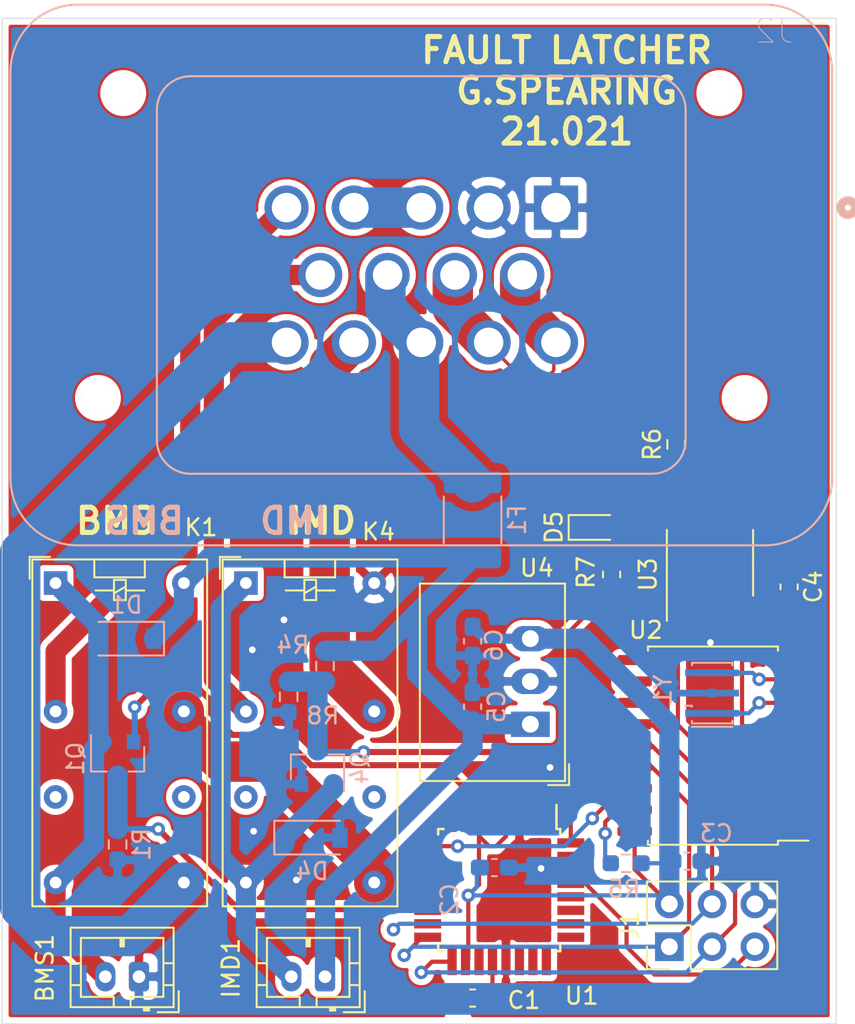
<source format=kicad_pcb>
(kicad_pcb (version 20171130) (host pcbnew 5.1.7-a382d34a8~88~ubuntu18.04.1)
  (layers (0 F.Cu signal) (31 B.Cu signal) (34 B.Paste user) (35 F.Paste user) (36 B.SilkS user) (37 F.SilkS user) (38 B.Mask user) (39 F.Mask user) (44 Edge.Cuts user))
  (net 0 "")
  (net 1 GND)
  (net 2 "Net-(C1-Pad1)")
  (net 3 +5V)
  (net 4 +12V)
  (net 5 "Net-(D4-Pad1)")
  (net 6 /RESET)
  (net 7 /MOSI)
  (net 8 /SCK)
  (net 9 /MISO)
  (net 10 /IMD_FAULT)
  (net 11 /BMS_FAULT)
  (net 12 /LOOP_OUT)
  (net 13 /LOOP_IN)
  (net 14 "Net-(K1-Pad13)")
  (net 15 /BMS_IND)
  (net 16 /IMD_IND)
  (net 17 "Net-(R5-Pad2)")
  (net 18 /CAN_INT)
  (net 19 /CAN_CS)
  (net 20 "Net-(U2-Pad8)")
  (net 21 "Net-(U2-Pad7)")
  (net 22 /RXCAN)
  (net 23 /TXCAN)
  (net 24 "Net-(D5-Pad2)")
  (net 25 /CAN+)
  (net 26 /CAN-)
  (net 27 "Net-(BMS1-Pad2)")
  (net 28 +12C)
  (net 29 /NC)
  (module Resistor_SMD:R_0603_1608Metric_Pad0.98x0.95mm_HandSolder (layer F.Cu) (at 161.9504 95.1465 90)
    (fp_text reference R6 (at 0 -1.43 -90) (layer F.SilkS))
    (fp_text value 120)
    (pad 2 smd roundrect (at 0.9125 0 90) (size 0.975 0.95) (layers F.Cu F.Paste F.Mask) (net 26 /CAN-))
    (pad 1 smd roundrect (at -0.9125 0 90) (size 0.975 0.95) (layers F.Cu F.Paste F.Mask) (net 25 /CAN+))
  )
  (module AERO_CUSTOM:TE_1-776262-1_14pin_Vertical (layer B.Cu) (at 146.812 85.09 180)
    (fp_text reference J2 (at -20.955 14.478) (layer B.SilkS) (effects (font (size 1.40128 1.40128) (thickness 0.05)) (justify mirror)))
    (fp_text value Conn_01x14 hide)
    (pad Hole np_thru_hole circle (at 19.2 -7.3 180) (size 2 2) (drill 2) (layers *.Cu *.Mask B.SilkS))
    (pad Hole np_thru_hole circle (at -19.2 -7.3 180) (size 2 2) (drill 2) (layers *.Cu *.Mask B.SilkS))
    (pad Hole np_thru_hole circle (at 17.7 10.8 180) (size 2 2) (drill 2) (layers *.Cu *.Mask B.SilkS))
    (pad Hole np_thru_hole circle (at -17.7 10.8 180) (size 2 2) (drill 2) (layers *.Cu *.Mask B.SilkS))
    (pad 14 thru_hole circle (at 8 -4 180) (size 2.625 2.625) (drill 1.75) (layers *.Cu *.Mask) (net 13 /LOOP_IN))
    (pad 13 thru_hole circle (at 4 -4 180) (size 2.625 2.625) (drill 1.75) (layers *.Cu *.Mask) (net 12 /LOOP_OUT))
    (pad 12 thru_hole circle (at 0 -4 180) (size 2.625 2.625) (drill 1.75) (layers *.Cu *.Mask) (net 4 +12V))
    (pad 11 thru_hole circle (at -4 -4 180) (size 2.625 2.625) (drill 1.75) (layers *.Cu *.Mask) (net 25 /CAN+))
    (pad 10 thru_hole circle (at -8 -4 180) (size 2.625 2.625) (drill 1.75) (layers *.Cu *.Mask) (net 26 /CAN-))
    (pad 9 thru_hole circle (at 6 0 180) (size 2.625 2.625) (drill 1.75) (layers *.Cu *.Mask) (net 10 /IMD_FAULT))
    (pad 8 thru_hole circle (at 2 0 180) (size 2.625 2.625) (drill 1.75) (layers *.Cu *.Mask) (net 4 +12V))
    (pad 7 thru_hole circle (at -2 0 180) (size 2.625 2.625) (drill 1.75) (layers *.Cu *.Mask) (net 25 /CAN+))
    (pad 6 thru_hole circle (at -6 0 180) (size 2.625 2.625) (drill 1.75) (layers *.Cu *.Mask) (net 26 /CAN-))
    (pad 5 thru_hole circle (at 8 4 180) (size 2.625 2.625) (drill 1.75) (layers *.Cu *.Mask) (net 11 /BMS_FAULT))
    (pad 4 thru_hole circle (at 4 4 180) (size 2.625 2.625) (drill 1.75) (layers *.Cu *.Mask) (net 29 /NC))
    (pad 3 thru_hole circle (at 0 4 180) (size 2.625 2.625) (drill 1.75) (layers *.Cu *.Mask) (net 29 /NC))
    (pad 2 thru_hole circle (at -4 4 180) (size 2.625 2.625) (drill 1.75) (layers *.Cu *.Mask) (net 1 GND))
    (pad 1 thru_hole rect (at -8 4 180) (size 2.625 2.625) (drill 1.75) (layers *.Cu *.Mask) (net 1 GND))
  )
  (module Resistor_SMD:R_0603_1608Metric_Pad0.98x0.95mm_HandSolder (layer B.Cu) (at 138.938 110.1325 90)
    (fp_text reference R8 (at -1.1195 2.032 180) (layer B.SilkS) (effects (justify mirror)))
    (fp_text value 4.7k)
    (pad 2 smd roundrect (at 0.9125 0 90) (size 0.975 0.95) (layers B.Cu B.Paste B.Mask) (net 16 /IMD_IND))
    (pad 1 smd roundrect (at -0.9125 0 90) (size 0.975 0.95) (layers B.Cu B.Paste B.Mask) (net 1 GND))
  )
  (module Relay_THT:Relay_DPDT_Omron_G5V-2 (layer F.Cu) (at 136.398 103.378)
    (fp_text reference K4 (at 7.874 -3.048) (layer F.SilkS))
    (fp_text value G5V-2)
    (pad 13 thru_hole circle (at 7.62 7.62) (size 1.4 1.4) (drill 0.7) (layers *.Cu *.Mask) (net 12 /LOOP_OUT))
    (pad 9 thru_hole circle (at 7.62 17.78) (size 1.4 1.4) (drill 0.7) (layers *.Cu *.Mask) (net 14 "Net-(K1-Pad13)"))
    (pad 11 thru_hole circle (at 7.62 12.7) (size 1.4 1.4) (drill 0.7) (layers *.Cu *.Mask))
    (pad 4 thru_hole circle (at 0 7.62) (size 1.4 1.4) (drill 0.7) (layers *.Cu *.Mask) (net 10 /IMD_FAULT))
    (pad 8 thru_hole circle (at 0 17.78) (size 1.4 1.4) (drill 0.7) (layers *.Cu *.Mask) (net 5 "Net-(D4-Pad1)"))
    (pad 6 thru_hole circle (at 0 12.7) (size 1.4 1.4) (drill 0.7) (layers *.Cu *.Mask))
    (pad 16 thru_hole circle (at 7.62 0) (size 1.4 1.4) (drill 0.7) (layers *.Cu *.Mask) (net 1 GND))
    (pad 1 thru_hole rect (at 0 0) (size 1.4 1.4) (drill 0.7) (layers *.Cu *.Mask) (net 5 "Net-(D4-Pad1)"))
  )
  (module Fuse:Fuse_0603_1608Metric_Pad1.05x0.95mm_HandSolder (layer F.Cu) (at 158.115 102.87 270)
    (fp_text reference R7 (at -0.127 1.524 270) (layer F.SilkS))
    (fp_text value 330)
    (pad 2 smd roundrect (at 0.875 0 270) (size 1.05 0.95) (layers F.Cu F.Paste F.Mask) (net 3 +5V))
    (pad 1 smd roundrect (at -0.875 0 270) (size 1.05 0.95) (layers F.Cu F.Paste F.Mask) (net 24 "Net-(D5-Pad2)"))
  )
  (module Fuse:Fuse_1812_4532Metric_Pad1.30x3.40mm_HandSolder (layer B.Cu) (at 149.86 99.629 90)
    (fp_text reference F1 (at 0 2.65 90) (layer B.SilkS) (effects (justify mirror)))
    (fp_text value Polyfuse)
    (pad 2 smd roundrect (at 2.225 0 90) (size 1.3 3.4) (layers B.Cu B.Paste B.Mask) (roundrect_rratio 0.1923076923076923) (net 4 +12V))
    (pad 1 smd roundrect (at -2.225 0 90) (size 1.3 3.4) (layers B.Cu B.Paste B.Mask) (roundrect_rratio 0.1923076923076923) (net 28 +12C))
  )
  (module LED_SMD:LED_0603_1608Metric_Pad1.05x0.95mm_HandSolder (layer F.Cu) (at 157.226 100.076)
    (fp_text reference D5 (at -2.54 0 270) (layer F.SilkS))
    (fp_text value LED)
    (pad 2 smd roundrect (at 0.875 0) (size 1.05 0.95) (layers F.Cu F.Paste F.Mask) (net 24 "Net-(D5-Pad2)"))
    (pad 1 smd roundrect (at -0.875 0) (size 1.05 0.95) (layers F.Cu F.Paste F.Mask) (net 1 GND))
  )
  (module Diode_SMD:D_SOD-123 (layer B.Cu) (at 140.334 118.491)
    (fp_text reference D4 (at 0 2) (layer B.SilkS) (effects (justify mirror)))
    (fp_text value 1N4148)
    (pad 2 smd rect (at 1.65 0) (size 0.9 1.2) (layers B.Cu B.Paste B.Mask) (net 1 GND))
    (pad 1 smd rect (at -1.65 0) (size 0.9 1.2) (layers B.Cu B.Paste B.Mask) (net 5 "Net-(D4-Pad1)"))
  )
  (module Diode_SMD:D_SOD-123 (layer B.Cu) (at 129.287 106.68 180)
    (fp_text reference D1 (at 0 2) (layer B.SilkS) (effects (justify mirror)))
    (fp_text value 1N4148)
    (pad 2 smd rect (at 1.65 0 180) (size 0.9 1.2) (layers B.Cu B.Paste B.Mask) (net 27 "Net-(BMS1-Pad2)"))
    (pad 1 smd rect (at -1.65 0 180) (size 0.9 1.2) (layers B.Cu B.Paste B.Mask) (net 28 +12C))
  )
  (module AERO_CUSTOM:Resonator_SMD_muRata_CSTxExxV-3Pin_3.0x1.1mm_HandSoldering (layer B.Cu) (at 164.084 109.912 90)
    (fp_text reference Y1 (at 0.184 -2.921 270) (layer B.SilkS) (effects (justify mirror)))
    (fp_text value 16MHz)
    (pad 3 smd rect (at 1.2 0 90) (size 0.4 3.2) (layers B.Cu B.Paste B.Mask) (net 20 "Net-(U2-Pad8)"))
    (pad 2 smd rect (at 0 0 90) (size 0.4 3.2) (layers B.Cu B.Paste B.Mask) (net 1 GND))
    (pad 1 smd rect (at -1.2 0 90) (size 0.4 3.2) (layers B.Cu B.Paste B.Mask) (net 21 "Net-(U2-Pad7)"))
  )
  (module Converter_DCDC:Converter_DCDC_RECOM_R-78E-0.5_THT (layer F.Cu) (at 153.289 111.76 90)
    (fp_text reference U4 (at 9.271 0.381 180) (layer F.SilkS))
    (fp_text value R-785.0-1.0)
    (pad 3 thru_hole oval (at 5.08 0 90) (size 1.5 2.3) (drill 1) (layers *.Cu *.Mask) (net 3 +5V))
    (pad 2 thru_hole oval (at 2.54 0 90) (size 1.5 2.3) (drill 1) (layers *.Cu *.Mask) (net 1 GND))
    (pad 1 thru_hole rect (at 0 0 90) (size 1.5 2.3) (drill 1) (layers *.Cu *.Mask) (net 28 +12C))
  )
  (module Package_SO:SOIC-8_3.9x4.9mm_P1.27mm (layer F.Cu) (at 163.957 102.173 90)
    (fp_text reference U3 (at -0.697 -3.683 90) (layer F.SilkS))
    (fp_text value MCP2551-I-SN)
    (pad 8 smd roundrect (at 2.475 -1.905 90) (size 1.95 0.6) (layers F.Cu F.Paste F.Mask) (net 1 GND))
    (pad 7 smd roundrect (at 2.475 -0.635 90) (size 1.95 0.6) (layers F.Cu F.Paste F.Mask) (net 25 /CAN+))
    (pad 6 smd roundrect (at 2.475 0.635 90) (size 1.95 0.6) (layers F.Cu F.Paste F.Mask) (net 26 /CAN-))
    (pad 5 smd roundrect (at 2.475 1.905 90) (size 1.95 0.6) (layers F.Cu F.Paste F.Mask))
    (pad 4 smd roundrect (at -2.475 1.905 90) (size 1.95 0.6) (layers F.Cu F.Paste F.Mask) (net 22 /RXCAN))
    (pad 3 smd roundrect (at -2.475 0.635 90) (size 1.95 0.6) (layers F.Cu F.Paste F.Mask) (net 3 +5V))
    (pad 2 smd roundrect (at -2.475 -0.635 90) (size 1.95 0.6) (layers F.Cu F.Paste F.Mask) (net 1 GND))
    (pad 1 smd roundrect (at -2.475 -1.905 90) (size 1.95 0.6) (layers F.Cu F.Paste F.Mask) (net 23 /TXCAN))
  )
  (module Package_SO:SOIC-18W_7.5x11.6mm_P1.27mm (layer F.Cu) (at 164.133 113.03 180)
    (fp_text reference U2 (at 3.986 6.858) (layer F.SilkS))
    (fp_text value MCP2515-xSO)
    (pad 18 smd roundrect (at 4.65 -5.08 180) (size 2.05 0.6) (layers F.Cu F.Paste F.Mask) (net 3 +5V))
    (pad 17 smd roundrect (at 4.65 -3.81 180) (size 2.05 0.6) (layers F.Cu F.Paste F.Mask) (net 17 "Net-(R5-Pad2)"))
    (pad 16 smd roundrect (at 4.65 -2.54 180) (size 2.05 0.6) (layers F.Cu F.Paste F.Mask) (net 19 /CAN_CS))
    (pad 15 smd roundrect (at 4.65 -1.27 180) (size 2.05 0.6) (layers F.Cu F.Paste F.Mask) (net 9 /MISO))
    (pad 14 smd roundrect (at 4.65 0 180) (size 2.05 0.6) (layers F.Cu F.Paste F.Mask) (net 7 /MOSI))
    (pad 13 smd roundrect (at 4.65 1.27 180) (size 2.05 0.6) (layers F.Cu F.Paste F.Mask) (net 8 /SCK))
    (pad 12 smd roundrect (at 4.65 2.54 180) (size 2.05 0.6) (layers F.Cu F.Paste F.Mask) (net 18 /CAN_INT))
    (pad 11 smd roundrect (at 4.65 3.81 180) (size 2.05 0.6) (layers F.Cu F.Paste F.Mask))
    (pad 10 smd roundrect (at 4.65 5.08 180) (size 2.05 0.6) (layers F.Cu F.Paste F.Mask))
    (pad 9 smd roundrect (at -4.65 5.08 180) (size 2.05 0.6) (layers F.Cu F.Paste F.Mask) (net 1 GND))
    (pad 8 smd roundrect (at -4.65 3.81 180) (size 2.05 0.6) (layers F.Cu F.Paste F.Mask) (net 20 "Net-(U2-Pad8)"))
    (pad 7 smd roundrect (at -4.65 2.54 180) (size 2.05 0.6) (layers F.Cu F.Paste F.Mask) (net 21 "Net-(U2-Pad7)"))
    (pad 6 smd roundrect (at -4.65 1.27 180) (size 2.05 0.6) (layers F.Cu F.Paste F.Mask))
    (pad 5 smd roundrect (at -4.65 0 180) (size 2.05 0.6) (layers F.Cu F.Paste F.Mask))
    (pad 4 smd roundrect (at -4.65 -1.27 180) (size 2.05 0.6) (layers F.Cu F.Paste F.Mask))
    (pad 3 smd roundrect (at -4.65 -2.54 180) (size 2.05 0.6) (layers F.Cu F.Paste F.Mask))
    (pad 2 smd roundrect (at -4.65 -3.81 180) (size 2.05 0.6) (layers F.Cu F.Paste F.Mask) (net 22 /RXCAN))
    (pad 1 smd roundrect (at -4.65 -5.08 180) (size 2.05 0.6) (layers F.Cu F.Paste F.Mask) (net 23 /TXCAN))
  )
  (module Package_QFP:TQFP-32_7x7mm_P0.8mm (layer F.Cu) (at 151.441 121.607 270)
    (fp_text reference U1 (at 6.282 -4.896 180) (layer F.SilkS))
    (fp_text value ATmega328P-AU)
    (pad 1 smd rect (at -4.25 -2.8 270) (size 1.6 0.55) (layers F.Cu F.Paste F.Mask) (net 16 /IMD_IND))
    (pad 2 smd rect (at -4.25 -2 270) (size 1.6 0.55) (layers F.Cu F.Paste F.Mask))
    (pad 3 smd rect (at -4.25 -1.2 270) (size 1.6 0.55) (layers F.Cu F.Paste F.Mask) (net 1 GND))
    (pad 4 smd rect (at -4.25 -0.4 270) (size 1.6 0.55) (layers F.Cu F.Paste F.Mask) (net 3 +5V))
    (pad 5 smd rect (at -4.25 0.4 270) (size 1.6 0.55) (layers F.Cu F.Paste F.Mask) (net 1 GND))
    (pad 6 smd rect (at -4.25 1.2 270) (size 1.6 0.55) (layers F.Cu F.Paste F.Mask) (net 3 +5V))
    (pad 7 smd rect (at -4.25 2 270) (size 1.6 0.55) (layers F.Cu F.Paste F.Mask))
    (pad 8 smd rect (at -4.25 2.8 270) (size 1.6 0.55) (layers F.Cu F.Paste F.Mask))
    (pad 9 smd rect (at -2.8 4.25) (size 1.6 0.55) (layers F.Cu F.Paste F.Mask) (net 19 /CAN_CS))
    (pad 10 smd rect (at -2 4.25) (size 1.6 0.55) (layers F.Cu F.Paste F.Mask))
    (pad 11 smd rect (at -1.2 4.25) (size 1.6 0.55) (layers F.Cu F.Paste F.Mask) (net 15 /BMS_IND))
    (pad 12 smd rect (at -0.4 4.25) (size 1.6 0.55) (layers F.Cu F.Paste F.Mask))
    (pad 13 smd rect (at 0.4 4.25) (size 1.6 0.55) (layers F.Cu F.Paste F.Mask))
    (pad 14 smd rect (at 1.2 4.25) (size 1.6 0.55) (layers F.Cu F.Paste F.Mask))
    (pad 15 smd rect (at 2 4.25) (size 1.6 0.55) (layers F.Cu F.Paste F.Mask) (net 7 /MOSI))
    (pad 16 smd rect (at 2.8 4.25) (size 1.6 0.55) (layers F.Cu F.Paste F.Mask) (net 9 /MISO))
    (pad 17 smd rect (at 4.25 2.8 270) (size 1.6 0.55) (layers F.Cu F.Paste F.Mask) (net 8 /SCK))
    (pad 18 smd rect (at 4.25 2 270) (size 1.6 0.55) (layers F.Cu F.Paste F.Mask) (net 3 +5V))
    (pad 19 smd rect (at 4.25 1.2 270) (size 1.6 0.55) (layers F.Cu F.Paste F.Mask))
    (pad 20 smd rect (at 4.25 0.4 270) (size 1.6 0.55) (layers F.Cu F.Paste F.Mask) (net 2 "Net-(C1-Pad1)"))
    (pad 21 smd rect (at 4.25 -0.4 270) (size 1.6 0.55) (layers F.Cu F.Paste F.Mask) (net 1 GND))
    (pad 22 smd rect (at 4.25 -1.2 270) (size 1.6 0.55) (layers F.Cu F.Paste F.Mask))
    (pad 23 smd rect (at 4.25 -2 270) (size 1.6 0.55) (layers F.Cu F.Paste F.Mask))
    (pad 24 smd rect (at 4.25 -2.8 270) (size 1.6 0.55) (layers F.Cu F.Paste F.Mask))
    (pad 25 smd rect (at 2.8 -4.25) (size 1.6 0.55) (layers F.Cu F.Paste F.Mask))
    (pad 26 smd rect (at 2 -4.25) (size 1.6 0.55) (layers F.Cu F.Paste F.Mask))
    (pad 27 smd rect (at 1.2 -4.25) (size 1.6 0.55) (layers F.Cu F.Paste F.Mask))
    (pad 28 smd rect (at 0.4 -4.25) (size 1.6 0.55) (layers F.Cu F.Paste F.Mask))
    (pad 29 smd rect (at -0.4 -4.25) (size 1.6 0.55) (layers F.Cu F.Paste F.Mask) (net 6 /RESET))
    (pad 30 smd rect (at -1.2 -4.25) (size 1.6 0.55) (layers F.Cu F.Paste F.Mask))
    (pad 31 smd rect (at -2 -4.25) (size 1.6 0.55) (layers F.Cu F.Paste F.Mask))
    (pad 32 smd rect (at -2.8 -4.25) (size 1.6 0.55) (layers F.Cu F.Paste F.Mask) (net 18 /CAN_INT))
  )
  (module Connector_JST:JST_PH_B2B-PH-K_1x02_P2.00mm_Vertical (layer F.Cu) (at 141.097 126.746 180)
    (fp_text reference IMD1 (at 5.588 0.508 90) (layer F.SilkS))
    (fp_text value SW_Push)
    (pad 2 thru_hole oval (at 2 0 180) (size 1.2 1.75) (drill 0.75) (layers *.Cu *.Mask) (net 5 "Net-(D4-Pad1)"))
    (pad 1 thru_hole roundrect (at 0 0 180) (size 1.2 1.75) (drill 0.75) (layers *.Cu *.Mask) (roundrect_rratio 0.2083325) (net 28 +12C))
  )
  (module Connector_JST:JST_PH_B2B-PH-K_1x02_P2.00mm_Vertical (layer F.Cu) (at 130.048 126.746 180)
    (fp_text reference BMS1 (at 5.588 0.508 90) (layer F.SilkS))
    (fp_text value SW_Push)
    (pad 2 thru_hole oval (at 2 0 180) (size 1.2 1.75) (drill 0.75) (layers *.Cu *.Mask) (net 27 "Net-(BMS1-Pad2)"))
    (pad 1 thru_hole roundrect (at 0 0 180) (size 1.2 1.75) (drill 0.75) (layers *.Cu *.Mask) (roundrect_rratio 0.2083325) (net 1 GND))
  )
  (module Resistor_SMD:R_0603_1608Metric_Pad0.98x0.95mm_HandSolder (layer B.Cu) (at 158.9805 120.015 180)
    (fp_text reference R5 (at 0.127 -1.524 180) (layer B.SilkS) (effects (justify mirror)))
    (fp_text value 10K)
    (pad 2 smd roundrect (at 0.9125 0 180) (size 0.975 0.95) (layers B.Cu B.Paste B.Mask) (net 17 "Net-(R5-Pad2)"))
    (pad 1 smd roundrect (at -0.9125 0 180) (size 0.975 0.95) (layers B.Cu B.Paste B.Mask) (net 3 +5V))
  )
  (module Resistor_SMD:R_0603_1608Metric_Pad0.98x0.95mm_HandSolder (layer B.Cu) (at 141.097 108.3075 270)
    (fp_text reference R4 (at -1.2465 1.905 180) (layer B.SilkS) (effects (justify mirror)))
    (fp_text value 10k)
    (pad 2 smd roundrect (at 0.9125 0 270) (size 0.975 0.95) (layers B.Cu B.Paste B.Mask) (net 16 /IMD_IND))
    (pad 1 smd roundrect (at -0.9125 0 270) (size 0.975 0.95) (layers B.Cu B.Paste B.Mask) (net 28 +12C))
  )
  (module Resistor_SMD:R_0603_1608Metric_Pad0.98x0.95mm_HandSolder (layer B.Cu) (at 128.778 118.8955 90)
    (fp_text reference R1 (at 0 1.43 270) (layer B.SilkS) (effects (justify mirror)))
    (fp_text value 10k)
    (pad 2 smd roundrect (at 0.9125 0 90) (size 0.975 0.95) (layers B.Cu B.Paste B.Mask) (net 15 /BMS_IND))
    (pad 1 smd roundrect (at -0.9125 0 90) (size 0.975 0.95) (layers B.Cu B.Paste B.Mask) (net 1 GND))
  )
  (module Package_TO_SOT_SMD:SOT-23 (layer B.Cu) (at 140.65 114.316 90)
    (fp_text reference Q4 (at 0 2.5 90) (layer B.SilkS) (effects (justify mirror)))
    (fp_text value 2N7002)
    (pad 3 smd rect (at 1 0 90) (size 0.9 0.8) (layers B.Cu B.Paste B.Mask) (net 16 /IMD_IND))
    (pad 2 smd rect (at -1 -0.95 90) (size 0.9 0.8) (layers B.Cu B.Paste B.Mask) (net 1 GND))
    (pad 1 smd rect (at -1 0.95 90) (size 0.9 0.8) (layers B.Cu B.Paste B.Mask) (net 5 "Net-(D4-Pad1)"))
  )
  (module Package_TO_SOT_SMD:SOT-23 (layer B.Cu) (at 128.778 113.808 270)
    (fp_text reference Q1 (at 0 2.5 90) (layer B.SilkS) (effects (justify mirror)))
    (fp_text value BSS84)
    (pad 3 smd rect (at 1 0 270) (size 0.9 0.8) (layers B.Cu B.Paste B.Mask) (net 15 /BMS_IND))
    (pad 2 smd rect (at -1 -0.95 270) (size 0.9 0.8) (layers B.Cu B.Paste B.Mask) (net 3 +5V))
    (pad 1 smd rect (at -1 0.95 270) (size 0.9 0.8) (layers B.Cu B.Paste B.Mask) (net 27 "Net-(BMS1-Pad2)"))
  )
  (module Relay_THT:Relay_DPDT_Omron_G5V-2 (layer F.Cu) (at 125.095 103.378)
    (fp_text reference K1 (at 8.636 -3.302) (layer F.SilkS))
    (fp_text value G5V-2)
    (pad 13 thru_hole circle (at 7.62 7.62) (size 1.4 1.4) (drill 0.7) (layers *.Cu *.Mask) (net 14 "Net-(K1-Pad13)"))
    (pad 9 thru_hole circle (at 7.62 17.78) (size 1.4 1.4) (drill 0.7) (layers *.Cu *.Mask) (net 13 /LOOP_IN))
    (pad 11 thru_hole circle (at 7.62 12.7) (size 1.4 1.4) (drill 0.7) (layers *.Cu *.Mask))
    (pad 4 thru_hole circle (at 0 7.62) (size 1.4 1.4) (drill 0.7) (layers *.Cu *.Mask) (net 11 /BMS_FAULT))
    (pad 8 thru_hole circle (at 0 17.78) (size 1.4 1.4) (drill 0.7) (layers *.Cu *.Mask) (net 27 "Net-(BMS1-Pad2)"))
    (pad 6 thru_hole circle (at 0 12.7) (size 1.4 1.4) (drill 0.7) (layers *.Cu *.Mask))
    (pad 16 thru_hole circle (at 7.62 0) (size 1.4 1.4) (drill 0.7) (layers *.Cu *.Mask) (net 28 +12C))
    (pad 1 thru_hole rect (at 0 0) (size 1.4 1.4) (drill 0.7) (layers *.Cu *.Mask) (net 27 "Net-(BMS1-Pad2)"))
  )
  (module Connector_PinHeader_2.54mm:PinHeader_2x03_P2.54mm_Vertical (layer F.Cu) (at 161.544 124.968 90)
    (fp_text reference J1 (at 1.27 -2.33 90) (layer F.SilkS))
    (fp_text value Conn_02x03_Odd_Even)
    (pad 6 thru_hole oval (at 2.54 5.08 90) (size 1.7 1.7) (drill 1) (layers *.Cu *.Mask) (net 1 GND))
    (pad 5 thru_hole oval (at 0 5.08 90) (size 1.7 1.7) (drill 1) (layers *.Cu *.Mask) (net 6 /RESET))
    (pad 4 thru_hole oval (at 2.54 2.54 90) (size 1.7 1.7) (drill 1) (layers *.Cu *.Mask) (net 7 /MOSI))
    (pad 3 thru_hole oval (at 0 2.54 90) (size 1.7 1.7) (drill 1) (layers *.Cu *.Mask) (net 8 /SCK))
    (pad 2 thru_hole oval (at 2.54 0 90) (size 1.7 1.7) (drill 1) (layers *.Cu *.Mask) (net 3 +5V))
    (pad 1 thru_hole rect (at 0 0 90) (size 1.7 1.7) (drill 1) (layers *.Cu *.Mask) (net 9 /MISO))
  )
  (module Capacitor_SMD:C_0603_1608Metric_Pad1.08x0.95mm_HandSolder (layer B.Cu) (at 149.86 106.8335 270)
    (fp_text reference C6 (at 0.2275 -1.27 90) (layer B.SilkS) (effects (justify mirror)))
    (fp_text value 10u)
    (pad 2 smd roundrect (at 0.8625 0 270) (size 1.075 0.95) (layers B.Cu B.Paste B.Mask) (net 1 GND))
    (pad 1 smd roundrect (at -0.8625 0 270) (size 1.075 0.95) (layers B.Cu B.Paste B.Mask) (net 3 +5V))
  )
  (module Capacitor_SMD:C_0603_1608Metric_Pad1.08x0.95mm_HandSolder (layer B.Cu) (at 149.86 110.7175 90)
    (fp_text reference C5 (at 0 1.43 90) (layer B.SilkS) (effects (justify mirror)))
    (fp_text value 1u)
    (pad 2 smd roundrect (at 0.8625 0 90) (size 1.075 0.95) (layers B.Cu B.Paste B.Mask) (net 1 GND))
    (pad 1 smd roundrect (at -0.8625 0 90) (size 1.075 0.95) (layers B.Cu B.Paste B.Mask) (net 28 +12C))
  )
  (module Capacitor_SMD:C_0603_1608Metric_Pad1.08x0.95mm_HandSolder (layer F.Cu) (at 168.656 103.6055 270)
    (fp_text reference C4 (at 0 -1.43 270) (layer F.SilkS))
    (fp_text value 0.1u)
    (pad 2 smd roundrect (at 0.8625 0 270) (size 1.075 0.95) (layers F.Cu F.Paste F.Mask) (net 1 GND))
    (pad 1 smd roundrect (at -0.8625 0 270) (size 1.075 0.95) (layers F.Cu F.Paste F.Mask) (net 3 +5V))
  )
  (module Capacitor_SMD:C_0603_1608Metric_Pad1.08x0.95mm_HandSolder (layer B.Cu) (at 162.5865 119.888)
    (fp_text reference C3 (at 1.7515 -1.651) (layer B.SilkS) (effects (justify mirror)))
    (fp_text value 0.1u)
    (pad 2 smd roundrect (at 0.8625 0) (size 1.075 0.95) (layers B.Cu B.Paste B.Mask) (net 1 GND))
    (pad 1 smd roundrect (at -0.8625 0) (size 1.075 0.95) (layers B.Cu B.Paste B.Mask) (net 3 +5V))
  )
  (module Capacitor_SMD:C_0603_1608Metric_Pad1.08x0.95mm_HandSolder (layer B.Cu) (at 151.1565 120.269)
    (fp_text reference C2 (at -2.667 1.905 -270) (layer B.SilkS) (effects (justify mirror)))
    (fp_text value 0.1U)
    (pad 1 smd roundrect (at -0.8625 0) (size 1.075 0.95) (layers B.Cu B.Paste B.Mask) (net 3 +5V))
    (pad 2 smd roundrect (at 0.8625 0) (size 1.075 0.95) (layers B.Cu B.Paste B.Mask) (net 1 GND))
  )
  (module Capacitor_SMD:C_0603_1608Metric_Pad1.08x0.95mm_HandSolder (layer F.Cu) (at 149.86 128.016 180)
    (fp_text reference C1 (at -3.048 -0.127) (layer F.SilkS))
    (fp_text value 0.1U)
    (pad 1 smd roundrect (at -0.8625 0 180) (size 1.075 0.95) (layers F.Cu F.Paste F.Mask) (net 2 "Net-(C1-Pad1)"))
    (pad 2 smd roundrect (at 0.8625 0 180) (size 1.075 0.95) (layers F.Cu F.Paste F.Mask) (net 1 GND))
  )
  (gr_line (start 121.92 69.85) (end 121.92 72.39) (layer Edge.Cuts) (width 0.05))
  (gr_line (start 171.45 72.39) (end 171.45 69.85) (layer Edge.Cuts) (width 0.05))
  (gr_line (start 121.92 69.85) (end 171.45 69.85) (layer Edge.Cuts) (width 0.05))
  (gr_line (start 121.92 129.54) (end 121.92 72.39) (layer Edge.Cuts) (width 0.05))
  (gr_line (start 171.45 129.54) (end 121.92 129.54) (layer Edge.Cuts) (width 0.05))
  (gr_line (start 171.45 72.39) (end 171.45 129.54) (layer Edge.Cuts) (width 0.05))
  (gr_text "IMD    BMS" (at 134.62 99.695) (layer B.SilkS) (effects (font (size 1.5 1.5) (thickness 0.3)) (justify mirror)))
  (gr_text "BMS       IMD" (at 134.62 99.695) (layer F.SilkS) (effects (font (size 1.5 1.5) (thickness 0.3))))
  (gr_text "FAULT LATCHER\nG.SPEARING\n21.021\n" (at 155.448 74.168) (layer F.SilkS) (effects (font (size 1.5 1.5) (thickness 0.3))))
  (via (at 163.9824 106.9086) (size 0.8) (drill 0.4) (layers F.Cu B.Cu) (net 1))
  (via (at 153.924 120.3198) (size 0.8) (drill 0.4) (layers F.Cu B.Cu) (net 1))
  (via (at 154.4574 114.3254) (size 0.8) (drill 0.4) (layers F.Cu B.Cu) (net 1))
  (via (at 136.8552 118.11) (size 0.8) (drill 0.4) (layers F.Cu B.Cu) (net 1))
  (via (at 139.3952 121.0056) (size 0.8) (drill 0.4) (layers F.Cu B.Cu) (net 1))
  (via (at 136.779 107.3404) (size 0.8) (drill 0.4) (layers F.Cu B.Cu) (net 1))
  (via (at 138.6586 105.5624) (size 0.8) (drill 0.4) (layers F.Cu B.Cu) (net 1))
  (segment (start 151.041 127.6975) (end 151.041 125.857) (width 0.25) (layer F.Cu) (net 2))
  (segment (start 150.7225 128.016) (end 151.041 127.6975) (width 0.25) (layer F.Cu) (net 2))
  (via (at 149.606 121.92) (size 0.8) (drill 0.4) (layers F.Cu B.Cu) (net 3))
  (segment (start 150.241 117.357) (end 150.241 121.285) (width 0.25) (layer F.Cu) (net 3))
  (segment (start 150.241 121.285) (end 149.606 121.92) (width 0.25) (layer F.Cu) (net 3))
  (segment (start 149.606 125.692) (end 149.441 125.857) (width 0.25) (layer F.Cu) (net 3))
  (segment (start 149.606 121.92) (end 149.606 125.692) (width 0.25) (layer F.Cu) (net 3))
  (segment (start 149.606 121.92) (end 150.114 121.412) (width 0.25) (layer B.Cu) (net 3))
  (segment (start 150.114 120.449) (end 150.294 120.269) (width 0.25) (layer B.Cu) (net 3))
  (segment (start 150.114 121.412) (end 150.114 120.449) (width 0.25) (layer B.Cu) (net 3))
  (segment (start 156.464 106.68) (end 153.289 106.68) (width 1.2) (layer B.Cu) (net 3))
  (segment (start 161.544 111.76) (end 156.464 106.68) (width 1.2) (layer B.Cu) (net 3))
  (segment (start 168.656 102.743) (end 165.481 102.743) (width 0.25) (layer F.Cu) (net 3))
  (segment (start 164.592 103.632) (end 164.592 104.648) (width 0.25) (layer F.Cu) (net 3))
  (segment (start 165.481 102.743) (end 164.592 103.632) (width 0.25) (layer F.Cu) (net 3))
  (segment (start 159.893 120.015) (end 161.544 120.015) (width 0.25) (layer B.Cu) (net 3))
  (segment (start 161.544 122.428) (end 161.544 120.015) (width 1.2) (layer B.Cu) (net 3))
  (segment (start 161.544 120.015) (end 161.544 111.76) (width 1.2) (layer B.Cu) (net 3))
  (segment (start 161.036 121.92) (end 161.544 122.428) (width 0.25) (layer B.Cu) (net 3))
  (segment (start 149.606 121.92) (end 161.036 121.92) (width 0.25) (layer B.Cu) (net 3))
  (segment (start 150.241 118.407) (end 150.833 118.999) (width 0.25) (layer F.Cu) (net 3))
  (segment (start 150.241 117.357) (end 150.241 118.407) (width 0.25) (layer F.Cu) (net 3))
  (segment (start 150.833 118.999) (end 151.257 118.999) (width 0.25) (layer F.Cu) (net 3))
  (segment (start 151.841 118.415) (end 151.841 117.357) (width 0.25) (layer F.Cu) (net 3))
  (segment (start 151.257 118.999) (end 151.841 118.415) (width 0.25) (layer F.Cu) (net 3))
  (segment (start 159.483 120.367) (end 161.544 122.428) (width 0.25) (layer F.Cu) (net 3))
  (segment (start 159.483 118.11) (end 159.483 120.367) (width 0.25) (layer F.Cu) (net 3))
  (segment (start 155.18 106.68) (end 158.115 103.745) (width 0.25) (layer F.Cu) (net 3))
  (segment (start 153.289 106.68) (end 155.18 106.68) (width 0.25) (layer F.Cu) (net 3))
  (segment (start 159.117 102.743) (end 165.481 102.743) (width 0.25) (layer F.Cu) (net 3))
  (segment (start 158.115 103.745) (end 159.117 102.743) (width 0.25) (layer F.Cu) (net 3))
  (segment (start 140.27542 114.191001) (end 138.479419 112.395) (width 0.36) (layer F.Cu) (net 3))
  (segment (start 148.034003 114.191001) (end 140.27542 114.191001) (width 0.36) (layer F.Cu) (net 3))
  (segment (start 150.241 117.357) (end 150.241 116.397998) (width 0.36) (layer F.Cu) (net 3))
  (segment (start 150.241 116.397998) (end 148.034003 114.191001) (width 0.36) (layer F.Cu) (net 3))
  (via (at 129.794 110.744) (size 0.8) (drill 0.4) (layers F.Cu B.Cu) (net 3))
  (segment (start 135.593472 112.395) (end 134.29501 111.096538) (width 0.36) (layer F.Cu) (net 3))
  (segment (start 138.479419 112.395) (end 135.593472 112.395) (width 0.36) (layer F.Cu) (net 3))
  (segment (start 134.29501 111.096538) (end 134.29501 110.343539) (width 0.36) (layer F.Cu) (net 3))
  (segment (start 134.29501 110.343539) (end 133.369461 109.41799) (width 0.36) (layer F.Cu) (net 3))
  (segment (start 133.369461 109.41799) (end 131.12001 109.41799) (width 0.36) (layer F.Cu) (net 3))
  (segment (start 131.12001 109.41799) (end 129.794 110.744) (width 0.36) (layer F.Cu) (net 3))
  (segment (start 129.794 112.742) (end 129.728 112.808) (width 0.36) (layer B.Cu) (net 3))
  (segment (start 129.794 110.744) (end 129.794 112.742) (width 0.36) (layer B.Cu) (net 3))
  (segment (start 150.569 106.68) (end 149.86 105.971) (width 0.6) (layer B.Cu) (net 3))
  (segment (start 153.289 106.68) (end 150.569 106.68) (width 0.6) (layer B.Cu) (net 3))
  (segment (start 144.685 87.09) (end 146.685 89.09) (width 2.4) (layer B.Cu) (net 4))
  (segment (start 144.685 85.09) (end 144.685 87.09) (width 2.4) (layer B.Cu) (net 4))
  (segment (start 146.685 94.229) (end 149.86 97.404) (width 2.4) (layer B.Cu) (net 4))
  (segment (start 146.685 89.09) (end 146.685 94.229) (width 2.4) (layer B.Cu) (net 4))
  (segment (start 141.6 115.575) (end 141.6 115.316) (width 1.2) (layer B.Cu) (net 5))
  (segment (start 138.684 118.491) (end 141.6 115.575) (width 1.2) (layer B.Cu) (net 5))
  (segment (start 138.684 118.872) (end 136.398 121.158) (width 1.2) (layer B.Cu) (net 5))
  (segment (start 138.684 118.491) (end 138.684 118.872) (width 1.2) (layer B.Cu) (net 5))
  (segment (start 136.398 124.047) (end 139.097 126.746) (width 1.2) (layer B.Cu) (net 5))
  (segment (start 136.398 121.158) (end 136.398 124.047) (width 1.2) (layer B.Cu) (net 5))
  (segment (start 134.897999 119.657999) (end 136.398 121.158) (width 1.2) (layer B.Cu) (net 5))
  (segment (start 136.398 103.378) (end 134.897999 104.878001) (width 1.2) (layer B.Cu) (net 5))
  (segment (start 134.897999 104.878001) (end 134.897999 119.657999) (width 1.2) (layer B.Cu) (net 5))
  (segment (start 156.551002 121.207) (end 159.004 123.659998) (width 0.25) (layer F.Cu) (net 6))
  (segment (start 155.691 121.207) (end 156.551002 121.207) (width 0.25) (layer F.Cu) (net 6))
  (segment (start 159.004 123.659998) (end 159.004 124.968) (width 0.25) (layer F.Cu) (net 6))
  (segment (start 159.004 124.968) (end 160.655 126.619) (width 0.25) (layer F.Cu) (net 6))
  (segment (start 164.973 126.619) (end 166.624 124.968) (width 0.25) (layer F.Cu) (net 6))
  (segment (start 160.655 126.619) (end 164.973 126.619) (width 0.25) (layer F.Cu) (net 6))
  (segment (start 160.508 113.03) (end 159.483 113.03) (width 0.25) (layer F.Cu) (net 7))
  (segment (start 164.084 122.428) (end 164.084 116.606) (width 0.25) (layer F.Cu) (net 7))
  (segment (start 164.084 116.606) (end 160.508 113.03) (width 0.25) (layer F.Cu) (net 7))
  (via (at 145.161 123.952) (size 0.8) (drill 0.4) (layers F.Cu B.Cu) (net 7))
  (segment (start 147.191 123.607) (end 145.506 123.607) (width 0.25) (layer F.Cu) (net 7))
  (segment (start 145.506 123.607) (end 145.161 123.952) (width 0.25) (layer F.Cu) (net 7))
  (segment (start 162.908999 123.603001) (end 164.084 122.428) (width 0.25) (layer B.Cu) (net 7))
  (segment (start 145.161 123.952) (end 145.509999 123.603001) (width 0.25) (layer B.Cu) (net 7))
  (segment (start 145.509999 123.603001) (end 162.908999 123.603001) (width 0.25) (layer B.Cu) (net 7))
  (segment (start 160.508 111.76) (end 159.483 111.76) (width 0.25) (layer F.Cu) (net 8))
  (segment (start 165.448999 116.700999) (end 160.508 111.76) (width 0.25) (layer F.Cu) (net 8))
  (segment (start 164.084 124.968) (end 165.448999 123.603001) (width 0.25) (layer F.Cu) (net 8))
  (segment (start 165.448999 123.603001) (end 165.448999 116.700999) (width 0.25) (layer F.Cu) (net 8))
  (via (at 146.812 126.492) (size 0.8) (drill 0.4) (layers F.Cu B.Cu) (net 8))
  (segment (start 148.641 125.857) (end 147.447 125.857) (width 0.25) (layer F.Cu) (net 8))
  (segment (start 147.447 125.857) (end 146.812 126.492) (width 0.25) (layer F.Cu) (net 8))
  (segment (start 162.56 126.492) (end 164.084 124.968) (width 0.25) (layer B.Cu) (net 8))
  (segment (start 146.812 126.492) (end 162.56 126.492) (width 0.25) (layer B.Cu) (net 8))
  (segment (start 160.508 114.3) (end 159.483 114.3) (width 0.25) (layer F.Cu) (net 9))
  (segment (start 162.719001 116.511001) (end 160.508 114.3) (width 0.25) (layer F.Cu) (net 9))
  (segment (start 161.544 124.968) (end 162.719001 123.792999) (width 0.25) (layer F.Cu) (net 9))
  (segment (start 162.719001 123.792999) (end 162.719001 116.511001) (width 0.25) (layer F.Cu) (net 9))
  (via (at 145.796 125.476) (size 0.8) (drill 0.4) (layers F.Cu B.Cu) (net 9))
  (segment (start 147.191 124.407) (end 146.865 124.407) (width 0.25) (layer F.Cu) (net 9))
  (segment (start 146.865 124.407) (end 145.796 125.476) (width 0.25) (layer F.Cu) (net 9))
  (segment (start 146.304 124.968) (end 161.544 124.968) (width 0.25) (layer B.Cu) (net 9))
  (segment (start 145.796 125.476) (end 146.304 124.968) (width 0.25) (layer B.Cu) (net 9))
  (segment (start 140.685 85.09) (end 137.16 85.09) (width 1.2) (layer F.Cu) (net 10))
  (segment (start 137.16 85.09) (end 134.493 87.757) (width 1.2) (layer F.Cu) (net 10))
  (segment (start 134.493 109.093) (end 136.398 110.998) (width 1.2) (layer F.Cu) (net 10))
  (segment (start 134.493 87.757) (end 134.493 109.093) (width 1.2) (layer F.Cu) (net 10))
  (segment (start 133.09299 86.68201) (end 138.685 81.09) (width 1.2) (layer F.Cu) (net 11))
  (segment (start 133.09299 99.44401) (end 133.09299 86.68201) (width 1.2) (layer F.Cu) (net 11))
  (segment (start 125.095 110.998) (end 125.095 107.442) (width 1.2) (layer F.Cu) (net 11))
  (segment (start 125.095 107.442) (end 133.09299 99.44401) (width 1.2) (layer F.Cu) (net 11))
  (segment (start 141.372501 108.352501) (end 144.018 110.998) (width 2.4) (layer F.Cu) (net 12))
  (segment (start 142.685 89.09) (end 141.372501 90.402499) (width 2.4) (layer F.Cu) (net 12))
  (segment (start 141.372501 90.402499) (end 141.372501 108.352501) (width 2.4) (layer F.Cu) (net 12))
  (segment (start 138.685 89.09) (end 138.874 89.09) (width 0.6) (layer B.Cu) (net 13))
  (segment (start 122.994999 122.613999) (end 124.714 124.333) (width 2.4) (layer B.Cu) (net 13))
  (segment (start 122.994999 101.557999) (end 122.994999 122.613999) (width 2.4) (layer B.Cu) (net 13))
  (segment (start 138.685 89.09) (end 135.462998 89.09) (width 2.4) (layer B.Cu) (net 13))
  (segment (start 135.462998 89.09) (end 122.994999 101.557999) (width 2.4) (layer B.Cu) (net 13))
  (segment (start 129.54 124.333) (end 132.715 121.158) (width 2.4) (layer B.Cu) (net 13))
  (segment (start 124.714 124.333) (end 129.54 124.333) (width 2.4) (layer B.Cu) (net 13))
  (segment (start 137.827948 113.977999) (end 134.942001 113.977999) (width 2.4) (layer F.Cu) (net 14))
  (segment (start 144.018 121.158) (end 144.018 120.168051) (width 2.4) (layer F.Cu) (net 14))
  (segment (start 144.018 120.168051) (end 137.827948 113.977999) (width 2.4) (layer F.Cu) (net 14))
  (segment (start 132.715 111.750998) (end 132.715 110.998) (width 2.4) (layer F.Cu) (net 14))
  (segment (start 134.942001 113.977999) (end 132.715 111.750998) (width 2.4) (layer F.Cu) (net 14))
  (segment (start 128.778 114.808) (end 128.778 117.983) (width 1.2) (layer B.Cu) (net 15))
  (via (at 131.191 117.983) (size 0.8) (drill 0.4) (layers F.Cu B.Cu) (net 15))
  (segment (start 146.031 120.407) (end 145.59801 120.83999) (width 0.36) (layer F.Cu) (net 15))
  (segment (start 147.191 120.407) (end 146.031 120.407) (width 0.36) (layer F.Cu) (net 15))
  (segment (start 145.59801 120.83999) (end 145.59801 121.812461) (width 0.36) (layer F.Cu) (net 15))
  (segment (start 145.59801 121.812461) (end 144.672461 122.73801) (width 0.36) (layer F.Cu) (net 15))
  (segment (start 144.672461 122.73801) (end 135.94601 122.73801) (width 0.36) (layer F.Cu) (net 15))
  (segment (start 135.94601 122.73801) (end 131.191 117.983) (width 0.36) (layer F.Cu) (net 15))
  (segment (start 131.191 117.983) (end 128.778 117.983) (width 0.36) (layer B.Cu) (net 15))
  (segment (start 140.65 109.667) (end 141.097 109.22) (width 1.2) (layer B.Cu) (net 16))
  (segment (start 140.65 113.316) (end 140.65 109.667) (width 1.2) (layer B.Cu) (net 16))
  (segment (start 141.097 109.22) (end 138.938 109.22) (width 1.2) (layer B.Cu) (net 16))
  (via (at 143.383 113.411) (size 0.8) (drill 0.4) (layers F.Cu B.Cu) (net 16))
  (segment (start 151.455 113.411) (end 143.383 113.411) (width 0.36) (layer F.Cu) (net 16))
  (segment (start 154.241 117.357) (end 154.241 116.197) (width 0.36) (layer F.Cu) (net 16))
  (segment (start 154.241 116.197) (end 151.455 113.411) (width 0.36) (layer F.Cu) (net 16))
  (segment (start 140.745 113.411) (end 140.65 113.316) (width 0.36) (layer B.Cu) (net 16))
  (segment (start 143.383 113.411) (end 140.745 113.411) (width 0.36) (layer B.Cu) (net 16))
  (via (at 157.734 118.237) (size 0.8) (drill 0.4) (layers F.Cu B.Cu) (net 17))
  (segment (start 157.734 117.564) (end 157.734 118.237) (width 0.25) (layer F.Cu) (net 17))
  (segment (start 159.483 116.84) (end 158.458 116.84) (width 0.25) (layer F.Cu) (net 17))
  (segment (start 158.458 116.84) (end 157.734 117.564) (width 0.25) (layer F.Cu) (net 17))
  (segment (start 157.734 119.681) (end 158.068 120.015) (width 0.25) (layer B.Cu) (net 17))
  (segment (start 157.734 118.237) (end 157.734 119.681) (width 0.25) (layer B.Cu) (net 17))
  (segment (start 155.691 113.257) (end 155.691 118.807) (width 0.25) (layer F.Cu) (net 18))
  (segment (start 159.483 110.49) (end 158.458 110.49) (width 0.25) (layer F.Cu) (net 18))
  (segment (start 158.458 110.49) (end 155.691 113.257) (width 0.25) (layer F.Cu) (net 18))
  (via (at 156.972 117.348) (size 0.8) (drill 0.4) (layers F.Cu B.Cu) (net 19))
  (segment (start 159.483 115.57) (end 158.75 115.57) (width 0.25) (layer F.Cu) (net 19))
  (segment (start 158.75 115.57) (end 156.972 117.348) (width 0.25) (layer F.Cu) (net 19))
  (via (at 148.971 118.999) (size 0.8) (drill 0.4) (layers F.Cu B.Cu) (net 19))
  (segment (start 156.972 117.348) (end 155.321 118.999) (width 0.25) (layer B.Cu) (net 19))
  (segment (start 155.321 118.999) (end 148.971 118.999) (width 0.25) (layer B.Cu) (net 19))
  (segment (start 147.383 118.999) (end 147.191 118.807) (width 0.25) (layer F.Cu) (net 19))
  (segment (start 148.971 118.999) (end 147.383 118.999) (width 0.25) (layer F.Cu) (net 19))
  (via (at 166.878 109.093) (size 0.8) (drill 0.4) (layers F.Cu B.Cu) (net 20))
  (segment (start 164.084 108.712) (end 166.497 108.712) (width 0.25) (layer B.Cu) (net 20))
  (segment (start 166.497 108.712) (end 166.878 109.093) (width 0.25) (layer B.Cu) (net 20))
  (segment (start 168.656 109.093) (end 168.783 109.22) (width 0.25) (layer F.Cu) (net 20))
  (segment (start 166.878 109.093) (end 168.656 109.093) (width 0.25) (layer F.Cu) (net 20))
  (via (at 166.878 110.49) (size 0.8) (drill 0.4) (layers F.Cu B.Cu) (net 21))
  (segment (start 164.084 111.112) (end 166.256 111.112) (width 0.25) (layer B.Cu) (net 21))
  (segment (start 166.256 111.112) (end 166.878 110.49) (width 0.25) (layer B.Cu) (net 21))
  (segment (start 166.878 110.49) (end 168.783 110.49) (width 0.25) (layer F.Cu) (net 21))
  (segment (start 168.356232 116.84) (end 168.783 116.84) (width 0.25) (layer F.Cu) (net 22))
  (segment (start 165.862 104.648) (end 165.862 114.345768) (width 0.25) (layer F.Cu) (net 22))
  (segment (start 165.862 114.345768) (end 168.356232 116.84) (width 0.25) (layer F.Cu) (net 22))
  (segment (start 168.356232 118.11) (end 168.783 118.11) (width 0.25) (layer F.Cu) (net 23))
  (segment (start 162.052 104.648) (end 162.052 111.805768) (width 0.25) (layer F.Cu) (net 23))
  (segment (start 162.052 111.805768) (end 168.356232 118.11) (width 0.25) (layer F.Cu) (net 23))
  (segment (start 158.115 100.09) (end 158.101 100.076) (width 0.25) (layer F.Cu) (net 24))
  (segment (start 158.115 101.995) (end 158.115 100.09) (width 0.25) (layer F.Cu) (net 24))
  (segment (start 161.9504 96.059) (end 161.2629 95.3715) (width 0.2) (layer F.Cu) (net 25))
  (segment (start 161.2629 95.3715) (end 156.9665 95.3715) (width 0.2) (layer F.Cu) (net 25))
  (segment (start 154.366802 92.771802) (end 150.685 89.09) (width 0.2) (layer F.Cu) (net 25))
  (segment (start 156.9665 95.3715) (end 154.366802 92.771802) (width 0.2) (layer F.Cu) (net 25))
  (segment (start 148.685 87.09) (end 150.685 89.09) (width 2.4) (layer F.Cu) (net 25))
  (segment (start 148.685 85.09) (end 148.685 87.09) (width 2.4) (layer F.Cu) (net 25))
  (segment (start 163.732 99.288) (end 163.343095 99.676905) (width 0.2) (layer F.Cu) (net 25))
  (segment (start 163.732 98.1808) (end 163.732 99.288) (width 0.2) (layer F.Cu) (net 25))
  (segment (start 163.70229 98.050634) (end 163.724478 98.114043) (width 0.2) (layer F.Cu) (net 25))
  (segment (start 163.498756 97.888321) (end 163.562165 97.910509) (width 0.2) (layer F.Cu) (net 25))
  (segment (start 163.048171 97.873278) (end 163.114928 97.8808) (width 0.2) (layer F.Cu) (net 25))
  (segment (start 162.984762 97.85109) (end 163.048171 97.873278) (width 0.2) (layer F.Cu) (net 25))
  (segment (start 162.880378 97.767846) (end 162.927881 97.815349) (width 0.2) (layer F.Cu) (net 25))
  (segment (start 162.822449 97.647556) (end 162.844637 97.710965) (width 0.2) (layer F.Cu) (net 25))
  (segment (start 162.814928 97.5808) (end 162.822449 97.647556) (width 0.2) (layer F.Cu) (net 25))
  (segment (start 163.724478 98.114043) (end 163.732 98.1808) (width 0.2) (layer F.Cu) (net 25))
  (segment (start 162.822449 97.514043) (end 162.814928 97.5808) (width 0.2) (layer F.Cu) (net 25))
  (segment (start 163.432 97.8808) (end 163.498756 97.888321) (width 0.2) (layer F.Cu) (net 25))
  (segment (start 162.844637 97.450634) (end 162.822449 97.514043) (width 0.2) (layer F.Cu) (net 25))
  (segment (start 163.70229 97.110965) (end 163.666549 97.167846) (width 0.2) (layer F.Cu) (net 25))
  (segment (start 163.666549 97.167846) (end 163.619046 97.215349) (width 0.2) (layer F.Cu) (net 25))
  (segment (start 163.114928 97.2808) (end 163.048171 97.288321) (width 0.2) (layer F.Cu) (net 25))
  (segment (start 163.562165 97.910509) (end 163.619046 97.94625) (width 0.2) (layer F.Cu) (net 25))
  (segment (start 163.724478 97.047556) (end 163.70229 97.110965) (width 0.2) (layer F.Cu) (net 25))
  (segment (start 161.9504 96.059) (end 163.139003 96.059) (width 0.2) (layer F.Cu) (net 25))
  (segment (start 163.139003 96.059) (end 163.732 96.651997) (width 0.2) (layer F.Cu) (net 25))
  (segment (start 163.619046 97.94625) (end 163.666549 97.993753) (width 0.2) (layer F.Cu) (net 25))
  (segment (start 162.927881 97.815349) (end 162.984762 97.85109) (width 0.2) (layer F.Cu) (net 25))
  (segment (start 162.844637 97.710965) (end 162.880378 97.767846) (width 0.2) (layer F.Cu) (net 25))
  (segment (start 163.732 96.651997) (end 163.732 96.9808) (width 0.2) (layer F.Cu) (net 25))
  (segment (start 163.619046 97.215349) (end 163.562165 97.25109) (width 0.2) (layer F.Cu) (net 25))
  (segment (start 163.048171 97.288321) (end 162.984762 97.310509) (width 0.2) (layer F.Cu) (net 25))
  (segment (start 163.114928 97.8808) (end 163.432 97.8808) (width 0.2) (layer F.Cu) (net 25))
  (segment (start 163.562165 97.25109) (end 163.498756 97.273278) (width 0.2) (layer F.Cu) (net 25))
  (segment (start 163.498756 97.273278) (end 163.432 97.2808) (width 0.2) (layer F.Cu) (net 25))
  (segment (start 163.343095 99.676905) (end 163.322 99.698) (width 0.2) (layer F.Cu) (net 25))
  (segment (start 162.927881 97.34625) (end 162.880378 97.393753) (width 0.2) (layer F.Cu) (net 25))
  (segment (start 163.666549 97.993753) (end 163.70229 98.050634) (width 0.2) (layer F.Cu) (net 25))
  (segment (start 163.432 97.2808) (end 163.114928 97.2808) (width 0.2) (layer F.Cu) (net 25))
  (segment (start 162.984762 97.310509) (end 162.927881 97.34625) (width 0.2) (layer F.Cu) (net 25))
  (segment (start 163.732 96.9808) (end 163.724478 97.047556) (width 0.2) (layer F.Cu) (net 25))
  (segment (start 162.880378 97.393753) (end 162.844637 97.450634) (width 0.2) (layer F.Cu) (net 25))
  (segment (start 164.182 96.4656) (end 163.457202 95.740802) (width 0.2) (layer F.Cu) (net 26))
  (segment (start 163.457202 95.740802) (end 161.9504 94.234) (width 0.2) (layer F.Cu) (net 26))
  (segment (start 164.592 99.698) (end 164.182 99.288) (width 0.2) (layer F.Cu) (net 26))
  (segment (start 164.182 99.288) (end 164.182 96.4656) (width 0.2) (layer F.Cu) (net 26))
  (segment (start 152.685 87.09) (end 154.685 89.09) (width 2.4) (layer F.Cu) (net 26))
  (segment (start 152.685 85.09) (end 152.685 87.09) (width 2.4) (layer F.Cu) (net 26))
  (segment (start 154.685 89.877416) (end 154.685 89.09) (width 0.2) (layer F.Cu) (net 26))
  (segment (start 154.685 90.653603) (end 154.685 89.877416) (width 0.2) (layer F.Cu) (net 26))
  (segment (start 154.655291 90.783768) (end 154.677479 90.720359) (width 0.2) (layer F.Cu) (net 26))
  (segment (start 154.61955 90.840649) (end 154.655291 90.783768) (width 0.2) (layer F.Cu) (net 26))
  (segment (start 154.572047 90.888152) (end 154.61955 90.840649) (width 0.2) (layer F.Cu) (net 26))
  (segment (start 154.515166 90.923893) (end 154.572047 90.888152) (width 0.2) (layer F.Cu) (net 26))
  (segment (start 154.451757 90.946081) (end 154.515166 90.923893) (width 0.2) (layer F.Cu) (net 26))
  (segment (start 154.385 90.953603) (end 154.451757 90.946081) (width 0.2) (layer F.Cu) (net 26))
  (segment (start 154.049312 91.019053) (end 154.106193 90.983312) (width 0.2) (layer F.Cu) (net 26))
  (segment (start 155.263807 91.583312) (end 155.200398 91.561124) (width 0.2) (layer F.Cu) (net 26))
  (segment (start 154.049312 91.488152) (end 154.001809 91.440649) (width 0.2) (layer F.Cu) (net 26))
  (segment (start 155.42612 91.786846) (end 155.403932 91.723437) (width 0.2) (layer F.Cu) (net 26))
  (segment (start 154.985 92.153603) (end 155.133642 92.153603) (width 0.2) (layer F.Cu) (net 26))
  (segment (start 155.200398 91.561124) (end 155.133642 91.553603) (width 0.2) (layer F.Cu) (net 26))
  (segment (start 154.854834 92.183312) (end 154.918243 92.161124) (width 0.2) (layer F.Cu) (net 26))
  (segment (start 154.001809 91.066556) (end 154.049312 91.019053) (width 0.2) (layer F.Cu) (net 26))
  (segment (start 154.75045 92.266556) (end 154.797953 92.219053) (width 0.2) (layer F.Cu) (net 26))
  (segment (start 155.320688 91.619053) (end 155.263807 91.583312) (width 0.2) (layer F.Cu) (net 26))
  (segment (start 161.9504 94.234) (end 161.2629 94.9215) (width 0.2) (layer F.Cu) (net 26))
  (segment (start 154.918243 92.161124) (end 154.985 92.153603) (width 0.2) (layer F.Cu) (net 26))
  (segment (start 153.94388 91.320359) (end 153.936358 91.253603) (width 0.2) (layer F.Cu) (net 26))
  (segment (start 155.433642 91.853603) (end 155.42612 91.786846) (width 0.2) (layer F.Cu) (net 26))
  (segment (start 155.200398 92.146081) (end 155.263807 92.123893) (width 0.2) (layer F.Cu) (net 26))
  (segment (start 161.2629 94.9215) (end 157.152897 94.9215) (width 0.2) (layer F.Cu) (net 26))
  (segment (start 154.685 92.453603) (end 154.692521 92.386846) (width 0.2) (layer F.Cu) (net 26))
  (segment (start 154.169602 91.546081) (end 154.106193 91.523893) (width 0.2) (layer F.Cu) (net 26))
  (segment (start 154.692521 92.386846) (end 154.714709 92.323437) (width 0.2) (layer F.Cu) (net 26))
  (segment (start 154.714709 92.323437) (end 154.75045 92.266556) (width 0.2) (layer F.Cu) (net 26))
  (segment (start 154.677479 90.720359) (end 154.685 90.653603) (width 0.2) (layer F.Cu) (net 26))
  (segment (start 157.152897 94.9215) (end 154.685 92.453603) (width 0.2) (layer F.Cu) (net 26))
  (segment (start 155.403932 91.983768) (end 155.42612 91.920359) (width 0.2) (layer F.Cu) (net 26))
  (segment (start 155.320688 92.088152) (end 155.368191 92.040649) (width 0.2) (layer F.Cu) (net 26))
  (segment (start 155.42612 91.920359) (end 155.433642 91.853603) (width 0.2) (layer F.Cu) (net 26))
  (segment (start 154.236358 90.953603) (end 154.385 90.953603) (width 0.2) (layer F.Cu) (net 26))
  (segment (start 154.797953 92.219053) (end 154.854834 92.183312) (width 0.2) (layer F.Cu) (net 26))
  (segment (start 155.368191 92.040649) (end 155.403932 91.983768) (width 0.2) (layer F.Cu) (net 26))
  (segment (start 155.403932 91.723437) (end 155.368191 91.666556) (width 0.2) (layer F.Cu) (net 26))
  (segment (start 153.966068 91.383768) (end 153.94388 91.320359) (width 0.2) (layer F.Cu) (net 26))
  (segment (start 154.106193 90.983312) (end 154.169602 90.961124) (width 0.2) (layer F.Cu) (net 26))
  (segment (start 155.133642 91.553603) (end 154.236358 91.553603) (width 0.2) (layer F.Cu) (net 26))
  (segment (start 154.169602 90.961124) (end 154.236358 90.953603) (width 0.2) (layer F.Cu) (net 26))
  (segment (start 155.263807 92.123893) (end 155.320688 92.088152) (width 0.2) (layer F.Cu) (net 26))
  (segment (start 154.236358 91.553603) (end 154.169602 91.546081) (width 0.2) (layer F.Cu) (net 26))
  (segment (start 154.106193 91.523893) (end 154.049312 91.488152) (width 0.2) (layer F.Cu) (net 26))
  (segment (start 155.368191 91.666556) (end 155.320688 91.619053) (width 0.2) (layer F.Cu) (net 26))
  (segment (start 154.001809 91.440649) (end 153.966068 91.383768) (width 0.2) (layer F.Cu) (net 26))
  (segment (start 153.936358 91.253603) (end 153.94388 91.186846) (width 0.2) (layer F.Cu) (net 26))
  (segment (start 155.133642 92.153603) (end 155.200398 92.146081) (width 0.2) (layer F.Cu) (net 26))
  (segment (start 153.94388 91.186846) (end 153.966068 91.123437) (width 0.2) (layer F.Cu) (net 26))
  (segment (start 153.966068 91.123437) (end 154.001809 91.066556) (width 0.2) (layer F.Cu) (net 26))
  (segment (start 127.637 105.92) (end 125.095 103.378) (width 1.2) (layer B.Cu) (net 27))
  (segment (start 127.637 106.68) (end 127.637 105.92) (width 1.2) (layer B.Cu) (net 27))
  (segment (start 127.37799 118.87501) (end 125.095 121.158) (width 1.2) (layer B.Cu) (net 27))
  (segment (start 127.828 112.808) (end 127.37799 113.25801) (width 1.2) (layer B.Cu) (net 27))
  (segment (start 127.37799 113.25801) (end 127.37799 118.87501) (width 1.2) (layer B.Cu) (net 27))
  (segment (start 125.095 123.793) (end 128.048 126.746) (width 1.2) (layer F.Cu) (net 27))
  (segment (start 125.095 121.158) (end 125.095 123.793) (width 1.2) (layer F.Cu) (net 27))
  (segment (start 127.637 112.999) (end 127.37799 113.25801) (width 1.2) (layer B.Cu) (net 27))
  (segment (start 127.637 106.68) (end 127.637 112.999) (width 1.2) (layer B.Cu) (net 27))
  (segment (start 144.319 107.395) (end 141.097 107.395) (width 1.2) (layer B.Cu) (net 28))
  (segment (start 149.86 101.854) (end 144.319 107.395) (width 1.2) (layer B.Cu) (net 28))
  (segment (start 149.86 101.854) (end 146.558 105.156) (width 1.2) (layer B.Cu) (net 28))
  (segment (start 150.04 111.76) (end 149.86 111.58) (width 1.2) (layer B.Cu) (net 28))
  (segment (start 153.289 111.76) (end 150.04 111.76) (width 1.2) (layer B.Cu) (net 28))
  (segment (start 146.558 108.753) (end 146.558 105.156) (width 1.2) (layer B.Cu) (net 28))
  (segment (start 149.86 111.58) (end 149.385 111.58) (width 1.2) (layer B.Cu) (net 28))
  (segment (start 149.385 111.58) (end 146.558 108.753) (width 1.2) (layer B.Cu) (net 28))
  (segment (start 141.097 121.858998) (end 141.097 126.746) (width 1.2) (layer B.Cu) (net 28))
  (segment (start 149.86 111.58) (end 149.86 113.095998) (width 1.2) (layer B.Cu) (net 28))
  (segment (start 149.86 113.095998) (end 141.097 121.858998) (width 1.2) (layer B.Cu) (net 28))
  (segment (start 134.239 101.854) (end 132.715 103.378) (width 1.2) (layer B.Cu) (net 28))
  (segment (start 149.86 101.854) (end 134.239 101.854) (width 1.2) (layer B.Cu) (net 28))
  (segment (start 132.715 104.902) (end 130.937 106.68) (width 1.2) (layer B.Cu) (net 28))
  (segment (start 132.715 103.378) (end 132.715 104.902) (width 1.2) (layer B.Cu) (net 28))
  (segment (start 142.685 81.09) (end 146.685 81.09) (width 2.4) (layer B.Cu) (net 29))
  (zone (net 1) (net_name GND) (layer F.Cu) (connect_pads (clearance 0.36)) (min_thickness 0.254) (fill yes (arc_segments 32) (thermal_gap 0.508) (thermal_bridge_width 0.508))
    (polygon (pts (xy 171.45 129.54) (xy 121.92 129.54) (xy 122.174 69.85) (xy 171.704 69.85)))
  )
  (zone (net 1) (net_name GND) (layer B.Cu) (connect_pads (clearance 0.508)) (min_thickness 0.254) (fill yes (arc_segments 32) (thermal_gap 0.508) (thermal_bridge_width 0.508))
    (polygon (pts (xy 171.45 129.54) (xy 121.92 129.54) (xy 122.174 69.85) (xy 171.704 69.85)))
  )
)
</source>
